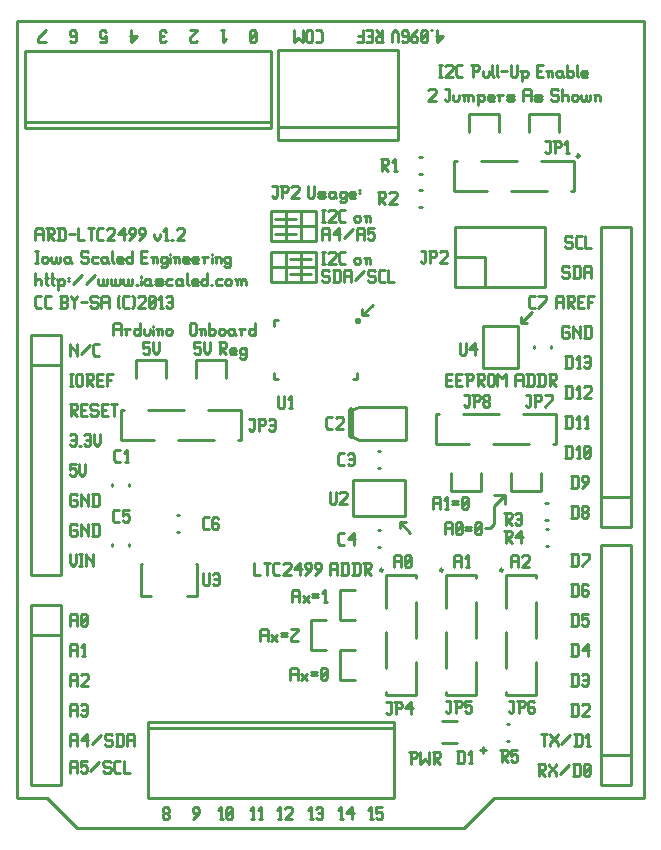
<source format=gbr>
G04 start of page 8 for group -4079 idx -4079 *
G04 Title: (unknown), topsilk *
G04 Creator: pcb 20110918 *
G04 CreationDate: Tue 04 Nov 2014 07:01:43 PM GMT UTC *
G04 For: railfan *
G04 Format: Gerber/RS-274X *
G04 PCB-Dimensions: 210000 270000 *
G04 PCB-Coordinate-Origin: lower left *
%MOIN*%
%FSLAX25Y25*%
%LNTOPSILK*%
%ADD68C,0.0200*%
%ADD67C,0.0100*%
G54D67*X500Y269500D02*X209500D01*
X149500Y500D02*X20500D01*
X500Y10500D02*X10500D01*
X20500Y500D02*X10500Y10500D01*
X500D02*Y269500D01*
X40000Y150500D02*Y156500D01*
X50000D01*
Y150500D01*
X60000D02*Y156500D01*
X70000D01*
Y150500D01*
X85000Y196100D02*X100000D01*
Y206100D02*Y196100D01*
X85000Y192600D02*X100000D01*
X85000Y206100D02*X100000D01*
X90000D02*Y196100D01*
X85000Y206100D02*Y196100D01*
Y182600D02*X100000D01*
X90000Y192600D02*Y182600D01*
X85000Y192600D02*Y182600D01*
X91500Y185100D02*X98500D01*
X100000Y201100D02*X85000D01*
X95000Y206100D02*Y196100D01*
X86500Y203600D02*X93500D01*
X86500Y198600D02*X93500D01*
X100000Y187600D02*X85000D01*
X100000Y192600D02*Y182600D01*
X95000Y192600D02*Y182600D01*
X91500Y190100D02*X98500D01*
X103500Y70000D02*X98500D01*
Y60000D01*
X103500D01*
X159500Y102000D02*Y108000D01*
X163000Y111500D01*
X209500Y269500D02*Y10500D01*
X181000Y238500D02*Y232500D01*
X172000Y172500D02*X168500Y169000D01*
Y171000D02*Y169000D01*
X170500D01*
X151000Y232500D02*Y238500D01*
X161000D01*
Y232500D01*
X171000D02*Y238500D01*
X181000D01*
X113000Y80000D02*X108000D01*
Y70000D01*
X113000D01*
Y60000D02*X108000D01*
Y50000D01*
X113000D01*
X159500Y10500D02*X149500Y500D01*
X209500Y10500D02*X159500D01*
X131500Y99000D02*X128000Y102500D01*
X130000D01*
X128000D02*Y100500D01*
X119000Y175000D02*X115500Y171500D01*
Y173500D01*
Y171500D02*X117500D01*
X155000Y119000D02*Y113000D01*
X165000D02*Y119000D01*
X175000D02*Y113000D01*
X165000D02*X175000D01*
X163000Y111500D02*X159500D01*
X163000D02*Y108500D01*
X145000Y113000D02*Y119000D01*
Y113000D02*X155000D01*
X156500Y100500D02*X158000D01*
X159500Y102000D01*
X18000Y122000D02*X20000D01*
X18000D02*Y120000D01*
X18500Y120500D01*
X19500D01*
X20000Y120000D01*
Y118500D01*
X19500Y118000D02*X20000Y118500D01*
X18500Y118000D02*X19500D01*
X18000Y118500D02*X18500Y118000D01*
X21200Y122000D02*Y119000D01*
X22200Y118000D01*
X23200Y119000D01*
Y122000D02*Y119000D01*
X18000Y131500D02*X18500Y132000D01*
X19500D01*
X20000Y131500D01*
Y128500D01*
X19500Y128000D02*X20000Y128500D01*
X18500Y128000D02*X19500D01*
X18000Y128500D02*X18500Y128000D01*
Y130000D02*X20000D01*
X21200Y128000D02*X21700D01*
X22900Y131500D02*X23400Y132000D01*
X24400D01*
X24900Y131500D01*
Y128500D01*
X24400Y128000D02*X24900Y128500D01*
X23400Y128000D02*X24400D01*
X22900Y128500D02*X23400Y128000D01*
Y130000D02*X24900D01*
X26100Y132000D02*Y129000D01*
X27100Y128000D01*
X28100Y129000D01*
Y132000D02*Y129000D01*
X18000Y152000D02*X19000D01*
X18500D02*Y148000D01*
X18000D02*X19000D01*
X20200Y151500D02*Y148500D01*
Y151500D02*X20700Y152000D01*
X21700D01*
X22200Y151500D01*
Y148500D01*
X21700Y148000D02*X22200Y148500D01*
X20700Y148000D02*X21700D01*
X20200Y148500D02*X20700Y148000D01*
X23400Y152000D02*X25400D01*
X25900Y151500D01*
Y150500D01*
X25400Y150000D02*X25900Y150500D01*
X23900Y150000D02*X25400D01*
X23900Y152000D02*Y148000D01*
Y150000D02*X25900Y148000D01*
X27100Y150000D02*X28600D01*
X27100Y148000D02*X29100D01*
X27100Y152000D02*Y148000D01*
Y152000D02*X29100D01*
X30300D02*Y148000D01*
Y152000D02*X32300D01*
X30300Y150000D02*X31800D01*
X18000Y142000D02*X20000D01*
X20500Y141500D01*
Y140500D01*
X20000Y140000D02*X20500Y140500D01*
X18500Y140000D02*X20000D01*
X18500Y142000D02*Y138000D01*
Y140000D02*X20500Y138000D01*
X21700Y140000D02*X23200D01*
X21700Y138000D02*X23700D01*
X21700Y142000D02*Y138000D01*
Y142000D02*X23700D01*
X26900D02*X27400Y141500D01*
X25400Y142000D02*X26900D01*
X24900Y141500D02*X25400Y142000D01*
X24900Y141500D02*Y140500D01*
X25400Y140000D01*
X26900D01*
X27400Y139500D01*
Y138500D01*
X26900Y138000D02*X27400Y138500D01*
X25400Y138000D02*X26900D01*
X24900Y138500D02*X25400Y138000D01*
X28600Y140000D02*X30100D01*
X28600Y138000D02*X30600D01*
X28600Y142000D02*Y138000D01*
Y142000D02*X30600D01*
X31800D02*X33800D01*
X32800D02*Y138000D01*
X18000Y162000D02*Y158000D01*
Y162000D02*Y161500D01*
X20500Y159000D01*
Y162000D02*Y158000D01*
X21700Y158500D02*X24700Y161500D01*
X26400Y158000D02*X27900D01*
X25900Y158500D02*X26400Y158000D01*
X25900Y161500D02*Y158500D01*
Y161500D02*X26400Y162000D01*
X27900D01*
X18000Y92000D02*Y89000D01*
X19000Y88000D01*
X20000Y89000D01*
Y92000D02*Y89000D01*
X21200Y92000D02*X22200D01*
X21700D02*Y88000D01*
X21200D02*X22200D01*
X23400Y92000D02*Y88000D01*
Y92000D02*Y91500D01*
X25900Y89000D01*
Y92000D02*Y88000D01*
X20000Y102000D02*X20500Y101500D01*
X18500Y102000D02*X20000D01*
X18000Y101500D02*X18500Y102000D01*
X18000Y101500D02*Y98500D01*
X18500Y98000D01*
X20000D01*
X20500Y98500D01*
Y99500D02*Y98500D01*
X20000Y100000D02*X20500Y99500D01*
X19000Y100000D02*X20000D01*
X21700Y102000D02*Y98000D01*
Y102000D02*Y101500D01*
X24200Y99000D01*
Y102000D02*Y98000D01*
X25900Y102000D02*Y98000D01*
X27400Y102000D02*X27900Y101500D01*
Y98500D01*
X27400Y98000D02*X27900Y98500D01*
X25400Y98000D02*X27400D01*
X25400Y102000D02*X27400D01*
X20000Y112000D02*X20500Y111500D01*
X18500Y112000D02*X20000D01*
X18000Y111500D02*X18500Y112000D01*
X18000Y111500D02*Y108500D01*
X18500Y108000D01*
X20000D01*
X20500Y108500D01*
Y109500D02*Y108500D01*
X20000Y110000D02*X20500Y109500D01*
X19000Y110000D02*X20000D01*
X21700Y112000D02*Y108000D01*
Y112000D02*Y111500D01*
X24200Y109000D01*
Y112000D02*Y108000D01*
X25900Y112000D02*Y108000D01*
X27400Y112000D02*X27900Y111500D01*
Y108500D01*
X27400Y108000D02*X27900Y108500D01*
X25400Y108000D02*X27400D01*
X25400Y112000D02*X27400D01*
X142500Y264500D02*X140500Y262500D01*
X140000Y264500D02*X142500D01*
X140500Y266500D02*Y262500D01*
X138300Y266500D02*X138800D01*
X137100Y266000D02*X136600Y266500D01*
X137100Y266000D02*Y263000D01*
X136600Y262500D01*
X135600D02*X136600D01*
X135600D02*X135100Y263000D01*
Y266000D02*Y263000D01*
X135600Y266500D02*X135100Y266000D01*
X135600Y266500D02*X136600D01*
X137100Y265500D02*X135100Y263500D01*
X133900Y266500D02*X131900Y264500D01*
Y263000D01*
X132400Y262500D02*X131900Y263000D01*
X132400Y262500D02*X133400D01*
X133900Y263000D02*X133400Y262500D01*
X133900Y264000D02*Y263000D01*
Y264000D02*X133400Y264500D01*
X131900D02*X133400D01*
X129200Y262500D02*X128700Y263000D01*
X129200Y262500D02*X130200D01*
X130700Y263000D02*X130200Y262500D01*
X130700Y266000D02*Y263000D01*
Y266000D02*X130200Y266500D01*
X129200Y264500D02*X128700Y265000D01*
X129200Y264500D02*X130700D01*
X129200Y266500D02*X130200D01*
X129200D02*X128700Y266000D01*
Y265000D01*
X127500Y265500D02*Y262500D01*
Y265500D02*X126500Y266500D01*
X125500Y265500D01*
Y262500D01*
X120500D02*X122500D01*
X120500D02*X120000Y263000D01*
Y264000D02*Y263000D01*
X120500Y264500D02*X120000Y264000D01*
X120500Y264500D02*X122000D01*
Y266500D02*Y262500D01*
Y264500D02*X120000Y266500D01*
X117300Y264500D02*X118800D01*
X116800Y266500D02*X118800D01*
Y262500D01*
X116800D02*X118800D01*
X115600Y266500D02*Y262500D01*
X113600D02*X115600D01*
X114100Y264500D02*X115600D01*
X100000Y266500D02*X101500D01*
X102000Y266000D02*X101500Y266500D01*
X102000Y266000D02*Y263000D01*
X101500Y262500D01*
X100000D02*X101500D01*
X98800Y266000D02*Y263000D01*
X98300Y262500D01*
X97300D02*X98300D01*
X97300D02*X96800Y263000D01*
Y266000D02*Y263000D01*
X97300Y266500D02*X96800Y266000D01*
X97300Y266500D02*X98300D01*
X98800Y266000D02*X98300Y266500D01*
X95600D02*Y262500D01*
X94100Y264000D01*
X92600Y262500D01*
Y266500D02*Y262500D01*
X80000Y266000D02*X79500Y266500D01*
X80000Y266000D02*Y263000D01*
X79500Y262500D01*
X78500D02*X79500D01*
X78500D02*X78000Y263000D01*
Y266000D02*Y263000D01*
X78500Y266500D02*X78000Y266000D01*
X78500Y266500D02*X79500D01*
X80000Y265500D02*X78000Y263500D01*
X68500Y266500D02*X69500D01*
X69000D02*Y262500D01*
X70000Y263500D02*X69000Y262500D01*
X60500Y263000D02*X60000Y262500D01*
X58500D02*X60000D01*
X58500D02*X58000Y263000D01*
Y264000D02*Y263000D01*
X60500Y266500D02*X58000Y264000D01*
Y266500D02*X60500D01*
X50000Y263000D02*X49500Y262500D01*
X48500D02*X49500D01*
X48500D02*X48000Y263000D01*
Y266000D02*Y263000D01*
X48500Y266500D02*X48000Y266000D01*
X48500Y266500D02*X49500D01*
X50000Y266000D02*X49500Y266500D01*
X48000Y264500D02*X49500D01*
X40500D02*X38500Y262500D01*
X38000Y264500D02*X40500D01*
X38500Y266500D02*Y262500D01*
X28000D02*X30000D01*
Y264500D02*Y262500D01*
Y264500D02*X29500Y264000D01*
X28500D02*X29500D01*
X28500D02*X28000Y264500D01*
Y266000D02*Y264500D01*
X28500Y266500D02*X28000Y266000D01*
X28500Y266500D02*X29500D01*
X30000Y266000D02*X29500Y266500D01*
X18500Y262500D02*X18000Y263000D01*
X18500Y262500D02*X19500D01*
X20000Y263000D02*X19500Y262500D01*
X20000Y266000D02*Y263000D01*
Y266000D02*X19500Y266500D01*
X18500Y264500D02*X18000Y265000D01*
X18500Y264500D02*X20000D01*
X18500Y266500D02*X19500D01*
X18500D02*X18000Y266000D01*
Y265000D01*
X10000Y266500D02*X7500Y264000D01*
Y262500D01*
X10000D01*
X185500Y108000D02*Y104000D01*
X187000Y108000D02*X187500Y107500D01*
Y104500D01*
X187000Y104000D02*X187500Y104500D01*
X185000Y104000D02*X187000D01*
X185000Y108000D02*X187000D01*
X188700Y104500D02*X189200Y104000D01*
X188700Y105500D02*Y104500D01*
Y105500D02*X189200Y106000D01*
X190200D01*
X190700Y105500D01*
Y104500D01*
X190200Y104000D02*X190700Y104500D01*
X189200Y104000D02*X190200D01*
X188700Y106500D02*X189200Y106000D01*
X188700Y107500D02*Y106500D01*
Y107500D02*X189200Y108000D01*
X190200D01*
X190700Y107500D01*
Y106500D01*
X190200Y106000D02*X190700Y106500D01*
X183500Y138000D02*Y134000D01*
X185000Y138000D02*X185500Y137500D01*
Y134500D01*
X185000Y134000D02*X185500Y134500D01*
X183000Y134000D02*X185000D01*
X183000Y138000D02*X185000D01*
X187200Y134000D02*X188200D01*
X187700Y138000D02*Y134000D01*
X186700Y137000D02*X187700Y138000D01*
X189900Y134000D02*X190900D01*
X190400Y138000D02*Y134000D01*
X189400Y137000D02*X190400Y138000D01*
X183500Y128000D02*Y124000D01*
X185000Y128000D02*X185500Y127500D01*
Y124500D01*
X185000Y124000D02*X185500Y124500D01*
X183000Y124000D02*X185000D01*
X183000Y128000D02*X185000D01*
X187200Y124000D02*X188200D01*
X187700Y128000D02*Y124000D01*
X186700Y127000D02*X187700Y128000D01*
X189400Y124500D02*X189900Y124000D01*
X189400Y127500D02*Y124500D01*
Y127500D02*X189900Y128000D01*
X190900D01*
X191400Y127500D01*
Y124500D01*
X190900Y124000D02*X191400Y124500D01*
X189900Y124000D02*X190900D01*
X189400Y125000D02*X191400Y127000D01*
X185500Y118000D02*Y114000D01*
X187000Y118000D02*X187500Y117500D01*
Y114500D01*
X187000Y114000D02*X187500Y114500D01*
X185000Y114000D02*X187000D01*
X185000Y118000D02*X187000D01*
X188700Y114000D02*X190700Y116000D01*
Y117500D02*Y116000D01*
X190200Y118000D02*X190700Y117500D01*
X189200Y118000D02*X190200D01*
X188700Y117500D02*X189200Y118000D01*
X188700Y117500D02*Y116500D01*
X189200Y116000D01*
X190700D01*
X139000Y110500D02*Y107000D01*
Y110500D02*X139500Y111000D01*
X141000D01*
X141500Y110500D01*
Y107000D01*
X139000Y109000D02*X141500D01*
X143200Y107000D02*X144200D01*
X143700Y111000D02*Y107000D01*
X142700Y110000D02*X143700Y111000D01*
X145400Y109500D02*X147400D01*
X145400Y108500D02*X147400D01*
X148600Y107500D02*X149100Y107000D01*
X148600Y110500D02*Y107500D01*
Y110500D02*X149100Y111000D01*
X150100D01*
X150600Y110500D01*
Y107500D01*
X150100Y107000D02*X150600Y107500D01*
X149100Y107000D02*X150100D01*
X148600Y108000D02*X150600Y110000D01*
X143000Y102000D02*Y98500D01*
Y102000D02*X143500Y102500D01*
X145000D01*
X145500Y102000D01*
Y98500D01*
X143000Y100500D02*X145500D01*
X146700Y99000D02*X147200Y98500D01*
X146700Y102000D02*Y99000D01*
Y102000D02*X147200Y102500D01*
X148200D01*
X148700Y102000D01*
Y99000D01*
X148200Y98500D02*X148700Y99000D01*
X147200Y98500D02*X148200D01*
X146700Y99500D02*X148700Y101500D01*
X149900Y101000D02*X151900D01*
X149900Y100000D02*X151900D01*
X153100Y99000D02*X153600Y98500D01*
X153100Y102000D02*Y99000D01*
Y102000D02*X153600Y102500D01*
X154600D01*
X155100Y102000D01*
Y99000D01*
X154600Y98500D02*X155100Y99000D01*
X153600Y98500D02*X154600D01*
X153100Y99500D02*X155100Y101500D01*
X180000Y177500D02*Y174000D01*
Y177500D02*X180500Y178000D01*
X182000D01*
X182500Y177500D01*
Y174000D01*
X180000Y176000D02*X182500D01*
X183700Y178000D02*X185700D01*
X186200Y177500D01*
Y176500D01*
X185700Y176000D02*X186200Y176500D01*
X184200Y176000D02*X185700D01*
X184200Y178000D02*Y174000D01*
Y176000D02*X186200Y174000D01*
X187400Y176000D02*X188900D01*
X187400Y174000D02*X189400D01*
X187400Y178000D02*Y174000D01*
Y178000D02*X189400D01*
X190600D02*Y174000D01*
Y178000D02*X192600D01*
X190600Y176000D02*X192100D01*
X184000Y188000D02*X184500Y187500D01*
X182500Y188000D02*X184000D01*
X182000Y187500D02*X182500Y188000D01*
X182000Y187500D02*Y186500D01*
X182500Y186000D01*
X184000D01*
X184500Y185500D01*
Y184500D01*
X184000Y184000D02*X184500Y184500D01*
X182500Y184000D02*X184000D01*
X182000Y184500D02*X182500Y184000D01*
X186200Y188000D02*Y184000D01*
X187700Y188000D02*X188200Y187500D01*
Y184500D01*
X187700Y184000D02*X188200Y184500D01*
X185700Y184000D02*X187700D01*
X185700Y188000D02*X187700D01*
X189400Y187500D02*Y184000D01*
Y187500D02*X189900Y188000D01*
X191400D01*
X191900Y187500D01*
Y184000D01*
X189400Y186000D02*X191900D01*
X185000Y198000D02*X185500Y197500D01*
X183500Y198000D02*X185000D01*
X183000Y197500D02*X183500Y198000D01*
X183000Y197500D02*Y196500D01*
X183500Y196000D01*
X185000D01*
X185500Y195500D01*
Y194500D01*
X185000Y194000D02*X185500Y194500D01*
X183500Y194000D02*X185000D01*
X183000Y194500D02*X183500Y194000D01*
X187200D02*X188700D01*
X186700Y194500D02*X187200Y194000D01*
X186700Y197500D02*Y194500D01*
Y197500D02*X187200Y198000D01*
X188700D01*
X189900D02*Y194000D01*
X191900D01*
X184000Y168000D02*X184500Y167500D01*
X182500Y168000D02*X184000D01*
X182000Y167500D02*X182500Y168000D01*
X182000Y167500D02*Y164500D01*
X182500Y164000D01*
X184000D01*
X184500Y164500D01*
Y165500D02*Y164500D01*
X184000Y166000D02*X184500Y165500D01*
X183000Y166000D02*X184000D01*
X185700Y168000D02*Y164000D01*
Y168000D02*Y167500D01*
X188200Y165000D01*
Y168000D02*Y164000D01*
X189900Y168000D02*Y164000D01*
X191400Y168000D02*X191900Y167500D01*
Y164500D01*
X191400Y164000D02*X191900Y164500D01*
X189400Y164000D02*X191400D01*
X189400Y168000D02*X191400D01*
X137500Y246500D02*X138000Y247000D01*
X139500D01*
X140000Y246500D01*
Y245500D01*
X137500Y243000D02*X140000Y245500D01*
X137500Y243000D02*X140000D01*
X143000Y247000D02*X144500D01*
Y243500D01*
X144000Y243000D02*X144500Y243500D01*
X143500Y243000D02*X144000D01*
X143000Y243500D02*X143500Y243000D01*
X145700Y245000D02*Y243500D01*
X146200Y243000D01*
X147200D01*
X147700Y243500D01*
Y245000D02*Y243500D01*
X149400Y244500D02*Y243000D01*
Y244500D02*X149900Y245000D01*
X150400D01*
X150900Y244500D01*
Y243000D01*
Y244500D02*X151400Y245000D01*
X151900D01*
X152400Y244500D01*
Y243000D01*
X148900Y245000D02*X149400Y244500D01*
X154100D02*Y241500D01*
X153600Y245000D02*X154100Y244500D01*
X154600Y245000D01*
X155600D01*
X156100Y244500D01*
Y243500D01*
X155600Y243000D02*X156100Y243500D01*
X154600Y243000D02*X155600D01*
X154100Y243500D02*X154600Y243000D01*
X157800D02*X159300D01*
X157300Y243500D02*X157800Y243000D01*
X157300Y244500D02*Y243500D01*
Y244500D02*X157800Y245000D01*
X158800D01*
X159300Y244500D01*
X157300Y244000D02*X159300D01*
Y244500D02*Y244000D01*
X161000Y244500D02*Y243000D01*
Y244500D02*X161500Y245000D01*
X162500D01*
X160500D02*X161000Y244500D01*
X164200Y243000D02*X165700D01*
X166200Y243500D01*
X165700Y244000D02*X166200Y243500D01*
X164200Y244000D02*X165700D01*
X163700Y244500D02*X164200Y244000D01*
X163700Y244500D02*X164200Y245000D01*
X165700D01*
X166200Y244500D01*
X163700Y243500D02*X164200Y243000D01*
X169200Y246500D02*Y243000D01*
Y246500D02*X169700Y247000D01*
X171200D01*
X171700Y246500D01*
Y243000D01*
X169200Y245000D02*X171700D01*
X173400Y243000D02*X174900D01*
X175400Y243500D01*
X174900Y244000D02*X175400Y243500D01*
X173400Y244000D02*X174900D01*
X172900Y244500D02*X173400Y244000D01*
X172900Y244500D02*X173400Y245000D01*
X174900D01*
X175400Y244500D01*
X172900Y243500D02*X173400Y243000D01*
X180400Y247000D02*X180900Y246500D01*
X178900Y247000D02*X180400D01*
X178400Y246500D02*X178900Y247000D01*
X178400Y246500D02*Y245500D01*
X178900Y245000D01*
X180400D01*
X180900Y244500D01*
Y243500D01*
X180400Y243000D02*X180900Y243500D01*
X178900Y243000D02*X180400D01*
X178400Y243500D02*X178900Y243000D01*
X182100Y247000D02*Y243000D01*
Y244500D02*X182600Y245000D01*
X183600D01*
X184100Y244500D01*
Y243000D01*
X185300Y244500D02*Y243500D01*
Y244500D02*X185800Y245000D01*
X186800D01*
X187300Y244500D01*
Y243500D01*
X186800Y243000D02*X187300Y243500D01*
X185800Y243000D02*X186800D01*
X185300Y243500D02*X185800Y243000D01*
X188500Y245000D02*Y243500D01*
X189000Y243000D01*
X189500D01*
X190000Y243500D01*
Y245000D02*Y243500D01*
X190500Y243000D01*
X191000D01*
X191500Y243500D01*
Y245000D02*Y243500D01*
X193200Y244500D02*Y243000D01*
Y244500D02*X193700Y245000D01*
X194200D01*
X194700Y244500D01*
Y243000D01*
X192700Y245000D02*X193200Y244500D01*
X141000Y255000D02*X142000D01*
X141500D02*Y251000D01*
X141000D02*X142000D01*
X143200Y254500D02*X143700Y255000D01*
X145200D01*
X145700Y254500D01*
Y253500D01*
X143200Y251000D02*X145700Y253500D01*
X143200Y251000D02*X145700D01*
X147400D02*X148900D01*
X146900Y251500D02*X147400Y251000D01*
X146900Y254500D02*Y251500D01*
Y254500D02*X147400Y255000D01*
X148900D01*
X152400D02*Y251000D01*
X151900Y255000D02*X153900D01*
X154400Y254500D01*
Y253500D01*
X153900Y253000D02*X154400Y253500D01*
X152400Y253000D02*X153900D01*
X155600D02*Y251500D01*
X156100Y251000D01*
X157100D01*
X157600Y251500D01*
Y253000D02*Y251500D01*
X158800Y255000D02*Y251500D01*
X159300Y251000D01*
X160300Y255000D02*Y251500D01*
X160800Y251000D01*
X161800Y253000D02*X163800D01*
X165000Y255000D02*Y251500D01*
X165500Y251000D01*
X166500D01*
X167000Y251500D01*
Y255000D02*Y251500D01*
X168700Y252500D02*Y249500D01*
X168200Y253000D02*X168700Y252500D01*
X169200Y253000D01*
X170200D01*
X170700Y252500D01*
Y251500D01*
X170200Y251000D02*X170700Y251500D01*
X169200Y251000D02*X170200D01*
X168700Y251500D02*X169200Y251000D01*
X173700Y253000D02*X175200D01*
X173700Y251000D02*X175700D01*
X173700Y255000D02*Y251000D01*
Y255000D02*X175700D01*
X177400Y252500D02*Y251000D01*
Y252500D02*X177900Y253000D01*
X178400D01*
X178900Y252500D01*
Y251000D01*
X176900Y253000D02*X177400Y252500D01*
X181600Y253000D02*X182100Y252500D01*
X180600Y253000D02*X181600D01*
X180100Y252500D02*X180600Y253000D01*
X180100Y252500D02*Y251500D01*
X180600Y251000D01*
X182100Y253000D02*Y251500D01*
X182600Y251000D01*
X180600D02*X181600D01*
X182100Y251500D01*
X183800Y255000D02*Y251000D01*
Y251500D02*X184300Y251000D01*
X185300D01*
X185800Y251500D01*
Y252500D02*Y251500D01*
X185300Y253000D02*X185800Y252500D01*
X184300Y253000D02*X185300D01*
X183800Y252500D02*X184300Y253000D01*
X187000Y255000D02*Y251500D01*
X187500Y251000D01*
X189000D02*X190500D01*
X188500Y251500D02*X189000Y251000D01*
X188500Y252500D02*Y251500D01*
Y252500D02*X189000Y253000D01*
X190000D01*
X190500Y252500D01*
X188500Y252000D02*X190500D01*
Y252500D02*Y252000D01*
X183500Y158000D02*Y154000D01*
X185000Y158000D02*X185500Y157500D01*
Y154500D01*
X185000Y154000D02*X185500Y154500D01*
X183000Y154000D02*X185000D01*
X183000Y158000D02*X185000D01*
X187200Y154000D02*X188200D01*
X187700Y158000D02*Y154000D01*
X186700Y157000D02*X187700Y158000D01*
X189400Y157500D02*X189900Y158000D01*
X190900D01*
X191400Y157500D01*
Y154500D01*
X190900Y154000D02*X191400Y154500D01*
X189900Y154000D02*X190900D01*
X189400Y154500D02*X189900Y154000D01*
Y156000D02*X191400D01*
X183500Y148000D02*Y144000D01*
X185000Y148000D02*X185500Y147500D01*
Y144500D01*
X185000Y144000D02*X185500Y144500D01*
X183000Y144000D02*X185000D01*
X183000Y148000D02*X185000D01*
X187200Y144000D02*X188200D01*
X187700Y148000D02*Y144000D01*
X186700Y147000D02*X187700Y148000D01*
X189400Y147500D02*X189900Y148000D01*
X191400D01*
X191900Y147500D01*
Y146500D01*
X189400Y144000D02*X191900Y146500D01*
X189400Y144000D02*X191900D01*
X149500Y145000D02*X151000D01*
Y141500D01*
X150500Y141000D02*X151000Y141500D01*
X150000Y141000D02*X150500D01*
X149500Y141500D02*X150000Y141000D01*
X152700Y145000D02*Y141000D01*
X152200Y145000D02*X154200D01*
X154700Y144500D01*
Y143500D01*
X154200Y143000D02*X154700Y143500D01*
X152700Y143000D02*X154200D01*
X155900Y141500D02*X156400Y141000D01*
X155900Y142500D02*Y141500D01*
Y142500D02*X156400Y143000D01*
X157400D01*
X157900Y142500D01*
Y141500D01*
X157400Y141000D02*X157900Y141500D01*
X156400Y141000D02*X157400D01*
X155900Y143500D02*X156400Y143000D01*
X155900Y144500D02*Y143500D01*
Y144500D02*X156400Y145000D01*
X157400D01*
X157900Y144500D01*
Y143500D01*
X157400Y143000D02*X157900Y143500D01*
X170000Y145000D02*X171500D01*
Y141500D01*
X171000Y141000D02*X171500Y141500D01*
X170500Y141000D02*X171000D01*
X170000Y141500D02*X170500Y141000D01*
X173200Y145000D02*Y141000D01*
X172700Y145000D02*X174700D01*
X175200Y144500D01*
Y143500D01*
X174700Y143000D02*X175200Y143500D01*
X173200Y143000D02*X174700D01*
X176400Y141000D02*X178900Y143500D01*
Y145000D02*Y143500D01*
X176400Y145000D02*X178900D01*
X143500Y150000D02*X145000D01*
X143500Y148000D02*X145500D01*
X143500Y152000D02*Y148000D01*
Y152000D02*X145500D01*
X146700Y150000D02*X148200D01*
X146700Y148000D02*X148700D01*
X146700Y152000D02*Y148000D01*
Y152000D02*X148700D01*
X150400D02*Y148000D01*
X149900Y152000D02*X151900D01*
X152400Y151500D01*
Y150500D01*
X151900Y150000D02*X152400Y150500D01*
X150400Y150000D02*X151900D01*
X153600Y152000D02*X155600D01*
X156100Y151500D01*
Y150500D01*
X155600Y150000D02*X156100Y150500D01*
X154100Y150000D02*X155600D01*
X154100Y152000D02*Y148000D01*
Y150000D02*X156100Y148000D01*
X157300Y151500D02*Y148500D01*
Y151500D02*X157800Y152000D01*
X158800D01*
X159300Y151500D01*
Y148500D01*
X158800Y148000D02*X159300Y148500D01*
X157800Y148000D02*X158800D01*
X157300Y148500D02*X157800Y148000D01*
X160500Y152000D02*Y148000D01*
Y152000D02*X162000Y150500D01*
X163500Y152000D01*
Y148000D01*
X166500Y151500D02*Y148000D01*
Y151500D02*X167000Y152000D01*
X168500D01*
X169000Y151500D01*
Y148000D01*
X166500Y150000D02*X169000D01*
X170700Y152000D02*Y148000D01*
X172200Y152000D02*X172700Y151500D01*
Y148500D01*
X172200Y148000D02*X172700Y148500D01*
X170200Y148000D02*X172200D01*
X170200Y152000D02*X172200D01*
X174400D02*Y148000D01*
X175900Y152000D02*X176400Y151500D01*
Y148500D01*
X175900Y148000D02*X176400Y148500D01*
X173900Y148000D02*X175900D01*
X173900Y152000D02*X175900D01*
X177600D02*X179600D01*
X180100Y151500D01*
Y150500D01*
X179600Y150000D02*X180100Y150500D01*
X178100Y150000D02*X179600D01*
X178100Y152000D02*Y148000D01*
Y150000D02*X180100Y148000D01*
X102000Y206600D02*X103000D01*
X102500D02*Y202600D01*
X102000D02*X103000D01*
X104200Y206100D02*X104700Y206600D01*
X106200D01*
X106700Y206100D01*
Y205100D01*
X104200Y202600D02*X106700Y205100D01*
X104200Y202600D02*X106700D01*
X108400D02*X109900D01*
X107900Y203100D02*X108400Y202600D01*
X107900Y206100D02*Y203100D01*
Y206100D02*X108400Y206600D01*
X109900D01*
X112900Y204100D02*Y203100D01*
Y204100D02*X113400Y204600D01*
X114400D01*
X114900Y204100D01*
Y203100D01*
X114400Y202600D02*X114900Y203100D01*
X113400Y202600D02*X114400D01*
X112900Y203100D02*X113400Y202600D01*
X116600Y204100D02*Y202600D01*
Y204100D02*X117100Y204600D01*
X117600D01*
X118100Y204100D01*
Y202600D01*
X116100Y204600D02*X116600Y204100D01*
X85500Y214600D02*X87000D01*
Y211100D01*
X86500Y210600D02*X87000Y211100D01*
X86000Y210600D02*X86500D01*
X85500Y211100D02*X86000Y210600D01*
X88700Y214600D02*Y210600D01*
X88200Y214600D02*X90200D01*
X90700Y214100D01*
Y213100D01*
X90200Y212600D02*X90700Y213100D01*
X88700Y212600D02*X90200D01*
X91900Y214100D02*X92400Y214600D01*
X93900D01*
X94400Y214100D01*
Y213100D01*
X91900Y210600D02*X94400Y213100D01*
X91900Y210600D02*X94400D01*
X97400Y214600D02*Y211100D01*
X97900Y210600D01*
X98900D01*
X99400Y211100D01*
Y214600D02*Y211100D01*
X101100Y210600D02*X102600D01*
X103100Y211100D01*
X102600Y211600D02*X103100Y211100D01*
X101100Y211600D02*X102600D01*
X100600Y212100D02*X101100Y211600D01*
X100600Y212100D02*X101100Y212600D01*
X102600D01*
X103100Y212100D01*
X100600Y211100D02*X101100Y210600D01*
X105800Y212600D02*X106300Y212100D01*
X104800Y212600D02*X105800D01*
X104300Y212100D02*X104800Y212600D01*
X104300Y212100D02*Y211100D01*
X104800Y210600D01*
X106300Y212600D02*Y211100D01*
X106800Y210600D01*
X104800D02*X105800D01*
X106300Y211100D01*
X109500Y212600D02*X110000Y212100D01*
X108500Y212600D02*X109500D01*
X108000Y212100D02*X108500Y212600D01*
X108000Y212100D02*Y211100D01*
X108500Y210600D01*
X109500D01*
X110000Y211100D01*
X108000Y209600D02*X108500Y209100D01*
X109500D01*
X110000Y209600D01*
Y212600D02*Y209600D01*
X111700Y210600D02*X113200D01*
X111200Y211100D02*X111700Y210600D01*
X111200Y212100D02*Y211100D01*
Y212100D02*X111700Y212600D01*
X112700D01*
X113200Y212100D01*
X111200Y211600D02*X113200D01*
Y212100D02*Y211600D01*
X114400Y213100D02*X114900D01*
X114400Y212100D02*X114900D01*
X102000Y200100D02*Y196600D01*
Y200100D02*X102500Y200600D01*
X104000D01*
X104500Y200100D01*
Y196600D01*
X102000Y198600D02*X104500D01*
X105700D02*X107700Y200600D01*
X105700Y198600D02*X108200D01*
X107700Y200600D02*Y196600D01*
X109400Y197100D02*X112400Y200100D01*
X113600D02*Y196600D01*
Y200100D02*X114100Y200600D01*
X115600D01*
X116100Y200100D01*
Y196600D01*
X113600Y198600D02*X116100D01*
X117300Y200600D02*X119300D01*
X117300D02*Y198600D01*
X117800Y199100D01*
X118800D01*
X119300Y198600D01*
Y197100D01*
X118800Y196600D02*X119300Y197100D01*
X117800Y196600D02*X118800D01*
X117300Y197100D02*X117800Y196600D01*
X102000Y192600D02*X103000D01*
X102500D02*Y188600D01*
X102000D02*X103000D01*
X104200Y192100D02*X104700Y192600D01*
X106200D01*
X106700Y192100D01*
Y191100D01*
X104200Y188600D02*X106700Y191100D01*
X104200Y188600D02*X106700D01*
X108400D02*X109900D01*
X107900Y189100D02*X108400Y188600D01*
X107900Y192100D02*Y189100D01*
Y192100D02*X108400Y192600D01*
X109900D01*
X112900Y190100D02*Y189100D01*
Y190100D02*X113400Y190600D01*
X114400D01*
X114900Y190100D01*
Y189100D01*
X114400Y188600D02*X114900Y189100D01*
X113400Y188600D02*X114400D01*
X112900Y189100D02*X113400Y188600D01*
X116600Y190100D02*Y188600D01*
Y190100D02*X117100Y190600D01*
X117600D01*
X118100Y190100D01*
Y188600D01*
X116100Y190600D02*X116600Y190100D01*
X104000Y186600D02*X104500Y186100D01*
X102500Y186600D02*X104000D01*
X102000Y186100D02*X102500Y186600D01*
X102000Y186100D02*Y185100D01*
X102500Y184600D01*
X104000D01*
X104500Y184100D01*
Y183100D01*
X104000Y182600D02*X104500Y183100D01*
X102500Y182600D02*X104000D01*
X102000Y183100D02*X102500Y182600D01*
X106200Y186600D02*Y182600D01*
X107700Y186600D02*X108200Y186100D01*
Y183100D01*
X107700Y182600D02*X108200Y183100D01*
X105700Y182600D02*X107700D01*
X105700Y186600D02*X107700D01*
X109400Y186100D02*Y182600D01*
Y186100D02*X109900Y186600D01*
X111400D01*
X111900Y186100D01*
Y182600D01*
X109400Y184600D02*X111900D01*
X113100Y183100D02*X116100Y186100D01*
X119300Y186600D02*X119800Y186100D01*
X117800Y186600D02*X119300D01*
X117300Y186100D02*X117800Y186600D01*
X117300Y186100D02*Y185100D01*
X117800Y184600D01*
X119300D01*
X119800Y184100D01*
Y183100D01*
X119300Y182600D02*X119800Y183100D01*
X117800Y182600D02*X119300D01*
X117300Y183100D02*X117800Y182600D01*
X121500D02*X123000D01*
X121000Y183100D02*X121500Y182600D01*
X121000Y186100D02*Y183100D01*
Y186100D02*X121500Y186600D01*
X123000D01*
X124200D02*Y182600D01*
X126200D01*
X6500Y200000D02*Y196500D01*
Y200000D02*X7000Y200500D01*
X8500D01*
X9000Y200000D01*
Y196500D01*
X6500Y198500D02*X9000D01*
X10200Y200500D02*X12200D01*
X12700Y200000D01*
Y199000D01*
X12200Y198500D02*X12700Y199000D01*
X10700Y198500D02*X12200D01*
X10700Y200500D02*Y196500D01*
Y198500D02*X12700Y196500D01*
X14400Y200500D02*Y196500D01*
X15900Y200500D02*X16400Y200000D01*
Y197000D01*
X15900Y196500D02*X16400Y197000D01*
X13900Y196500D02*X15900D01*
X13900Y200500D02*X15900D01*
X17600Y198500D02*X19600D01*
X20800Y200500D02*Y196500D01*
X22800D01*
X24000Y200500D02*X26000D01*
X25000D02*Y196500D01*
X27700D02*X29200D01*
X27200Y197000D02*X27700Y196500D01*
X27200Y200000D02*Y197000D01*
Y200000D02*X27700Y200500D01*
X29200D01*
X30400Y200000D02*X30900Y200500D01*
X32400D01*
X32900Y200000D01*
Y199000D01*
X30400Y196500D02*X32900Y199000D01*
X30400Y196500D02*X32900D01*
X34100Y198500D02*X36100Y200500D01*
X34100Y198500D02*X36600D01*
X36100Y200500D02*Y196500D01*
X37800D02*X39800Y198500D01*
Y200000D02*Y198500D01*
X39300Y200500D02*X39800Y200000D01*
X38300Y200500D02*X39300D01*
X37800Y200000D02*X38300Y200500D01*
X37800Y200000D02*Y199000D01*
X38300Y198500D01*
X39800D01*
X41000Y196500D02*X43000Y198500D01*
Y200000D02*Y198500D01*
X42500Y200500D02*X43000Y200000D01*
X41500Y200500D02*X42500D01*
X41000Y200000D02*X41500Y200500D01*
X41000Y200000D02*Y199000D01*
X41500Y198500D01*
X43000D01*
X46000D02*Y197500D01*
X47000Y196500D01*
X48000Y197500D01*
Y198500D02*Y197500D01*
X49700Y196500D02*X50700D01*
X50200Y200500D02*Y196500D01*
X49200Y199500D02*X50200Y200500D01*
X51900Y196500D02*X52400D01*
X53600Y200000D02*X54100Y200500D01*
X55600D01*
X56100Y200000D01*
Y199000D01*
X53600Y196500D02*X56100Y199000D01*
X53600Y196500D02*X56100D01*
X6500Y193000D02*X7500D01*
X7000D02*Y189000D01*
X6500D02*X7500D01*
X8700Y190500D02*Y189500D01*
Y190500D02*X9200Y191000D01*
X10200D01*
X10700Y190500D01*
Y189500D01*
X10200Y189000D02*X10700Y189500D01*
X9200Y189000D02*X10200D01*
X8700Y189500D02*X9200Y189000D01*
X11900Y191000D02*Y189500D01*
X12400Y189000D01*
X12900D01*
X13400Y189500D01*
Y191000D02*Y189500D01*
X13900Y189000D01*
X14400D01*
X14900Y189500D01*
Y191000D02*Y189500D01*
X17600Y191000D02*X18100Y190500D01*
X16600Y191000D02*X17600D01*
X16100Y190500D02*X16600Y191000D01*
X16100Y190500D02*Y189500D01*
X16600Y189000D01*
X18100Y191000D02*Y189500D01*
X18600Y189000D01*
X16600D02*X17600D01*
X18100Y189500D01*
X23600Y193000D02*X24100Y192500D01*
X22100Y193000D02*X23600D01*
X21600Y192500D02*X22100Y193000D01*
X21600Y192500D02*Y191500D01*
X22100Y191000D01*
X23600D01*
X24100Y190500D01*
Y189500D01*
X23600Y189000D02*X24100Y189500D01*
X22100Y189000D02*X23600D01*
X21600Y189500D02*X22100Y189000D01*
X25800Y191000D02*X27300D01*
X25300Y190500D02*X25800Y191000D01*
X25300Y190500D02*Y189500D01*
X25800Y189000D01*
X27300D01*
X30000Y191000D02*X30500Y190500D01*
X29000Y191000D02*X30000D01*
X28500Y190500D02*X29000Y191000D01*
X28500Y190500D02*Y189500D01*
X29000Y189000D01*
X30500Y191000D02*Y189500D01*
X31000Y189000D01*
X29000D02*X30000D01*
X30500Y189500D01*
X32200Y193000D02*Y189500D01*
X32700Y189000D01*
X34200D02*X35700D01*
X33700Y189500D02*X34200Y189000D01*
X33700Y190500D02*Y189500D01*
Y190500D02*X34200Y191000D01*
X35200D01*
X35700Y190500D01*
X33700Y190000D02*X35700D01*
Y190500D02*Y190000D01*
X38900Y193000D02*Y189000D01*
X38400D02*X38900Y189500D01*
X37400Y189000D02*X38400D01*
X36900Y189500D02*X37400Y189000D01*
X36900Y190500D02*Y189500D01*
Y190500D02*X37400Y191000D01*
X38400D01*
X38900Y190500D01*
X41900Y191000D02*X43400D01*
X41900Y189000D02*X43900D01*
X41900Y193000D02*Y189000D01*
Y193000D02*X43900D01*
X45600Y190500D02*Y189000D01*
Y190500D02*X46100Y191000D01*
X46600D01*
X47100Y190500D01*
Y189000D01*
X45100Y191000D02*X45600Y190500D01*
X49800Y191000D02*X50300Y190500D01*
X48800Y191000D02*X49800D01*
X48300Y190500D02*X48800Y191000D01*
X48300Y190500D02*Y189500D01*
X48800Y189000D01*
X49800D01*
X50300Y189500D01*
X48300Y188000D02*X48800Y187500D01*
X49800D01*
X50300Y188000D01*
Y191000D02*Y188000D01*
X51500Y192000D02*Y191500D01*
Y190500D02*Y189000D01*
X53000Y190500D02*Y189000D01*
Y190500D02*X53500Y191000D01*
X54000D01*
X54500Y190500D01*
Y189000D01*
X52500Y191000D02*X53000Y190500D01*
X56200Y189000D02*X57700D01*
X55700Y189500D02*X56200Y189000D01*
X55700Y190500D02*Y189500D01*
Y190500D02*X56200Y191000D01*
X57200D01*
X57700Y190500D01*
X55700Y190000D02*X57700D01*
Y190500D02*Y190000D01*
X59400Y189000D02*X60900D01*
X58900Y189500D02*X59400Y189000D01*
X58900Y190500D02*Y189500D01*
Y190500D02*X59400Y191000D01*
X60400D01*
X60900Y190500D01*
X58900Y190000D02*X60900D01*
Y190500D02*Y190000D01*
X62600Y190500D02*Y189000D01*
Y190500D02*X63100Y191000D01*
X64100D01*
X62100D02*X62600Y190500D01*
X65300Y192000D02*Y191500D01*
Y190500D02*Y189000D01*
X66800Y190500D02*Y189000D01*
Y190500D02*X67300Y191000D01*
X67800D01*
X68300Y190500D01*
Y189000D01*
X66300Y191000D02*X66800Y190500D01*
X71000Y191000D02*X71500Y190500D01*
X70000Y191000D02*X71000D01*
X69500Y190500D02*X70000Y191000D01*
X69500Y190500D02*Y189500D01*
X70000Y189000D01*
X71000D01*
X71500Y189500D01*
X69500Y188000D02*X70000Y187500D01*
X71000D01*
X71500Y188000D01*
Y191000D02*Y188000D01*
X6500Y185500D02*Y181500D01*
Y183000D02*X7000Y183500D01*
X8000D01*
X8500Y183000D01*
Y181500D01*
X10200Y185500D02*Y182000D01*
X10700Y181500D01*
X9700Y184000D02*X10700D01*
X12200Y185500D02*Y182000D01*
X12700Y181500D01*
X11700Y184000D02*X12700D01*
X14200Y183000D02*Y180000D01*
X13700Y183500D02*X14200Y183000D01*
X14700Y183500D01*
X15700D01*
X16200Y183000D01*
Y182000D01*
X15700Y181500D02*X16200Y182000D01*
X14700Y181500D02*X15700D01*
X14200Y182000D02*X14700Y181500D01*
X17400Y184000D02*X17900D01*
X17400Y183000D02*X17900D01*
X19100Y182000D02*X22100Y185000D01*
X23300Y182000D02*X26300Y185000D01*
X27500Y183500D02*Y182000D01*
X28000Y181500D01*
X28500D01*
X29000Y182000D01*
Y183500D02*Y182000D01*
X29500Y181500D01*
X30000D01*
X30500Y182000D01*
Y183500D02*Y182000D01*
X31700Y183500D02*Y182000D01*
X32200Y181500D01*
X32700D01*
X33200Y182000D01*
Y183500D02*Y182000D01*
X33700Y181500D01*
X34200D01*
X34700Y182000D01*
Y183500D02*Y182000D01*
X35900Y183500D02*Y182000D01*
X36400Y181500D01*
X36900D01*
X37400Y182000D01*
Y183500D02*Y182000D01*
X37900Y181500D01*
X38400D01*
X38900Y182000D01*
Y183500D02*Y182000D01*
X40100Y181500D02*X40600D01*
X41800Y184500D02*Y184000D01*
Y183000D02*Y181500D01*
X44300Y183500D02*X44800Y183000D01*
X43300Y183500D02*X44300D01*
X42800Y183000D02*X43300Y183500D01*
X42800Y183000D02*Y182000D01*
X43300Y181500D01*
X44800Y183500D02*Y182000D01*
X45300Y181500D01*
X43300D02*X44300D01*
X44800Y182000D01*
X47000Y181500D02*X48500D01*
X49000Y182000D01*
X48500Y182500D02*X49000Y182000D01*
X47000Y182500D02*X48500D01*
X46500Y183000D02*X47000Y182500D01*
X46500Y183000D02*X47000Y183500D01*
X48500D01*
X49000Y183000D01*
X46500Y182000D02*X47000Y181500D01*
X50700Y183500D02*X52200D01*
X50200Y183000D02*X50700Y183500D01*
X50200Y183000D02*Y182000D01*
X50700Y181500D01*
X52200D01*
X54900Y183500D02*X55400Y183000D01*
X53900Y183500D02*X54900D01*
X53400Y183000D02*X53900Y183500D01*
X53400Y183000D02*Y182000D01*
X53900Y181500D01*
X55400Y183500D02*Y182000D01*
X55900Y181500D01*
X53900D02*X54900D01*
X55400Y182000D01*
X57100Y185500D02*Y182000D01*
X57600Y181500D01*
X59100D02*X60600D01*
X58600Y182000D02*X59100Y181500D01*
X58600Y183000D02*Y182000D01*
Y183000D02*X59100Y183500D01*
X60100D01*
X60600Y183000D01*
X58600Y182500D02*X60600D01*
Y183000D02*Y182500D01*
X63800Y185500D02*Y181500D01*
X63300D02*X63800Y182000D01*
X62300Y181500D02*X63300D01*
X61800Y182000D02*X62300Y181500D01*
X61800Y183000D02*Y182000D01*
Y183000D02*X62300Y183500D01*
X63300D01*
X63800Y183000D01*
X65000Y181500D02*X65500D01*
X67200Y183500D02*X68700D01*
X66700Y183000D02*X67200Y183500D01*
X66700Y183000D02*Y182000D01*
X67200Y181500D01*
X68700D01*
X69900Y183000D02*Y182000D01*
Y183000D02*X70400Y183500D01*
X71400D01*
X71900Y183000D01*
Y182000D01*
X71400Y181500D02*X71900Y182000D01*
X70400Y181500D02*X71400D01*
X69900Y182000D02*X70400Y181500D01*
X73600Y183000D02*Y181500D01*
Y183000D02*X74100Y183500D01*
X74600D01*
X75100Y183000D01*
Y181500D01*
Y183000D02*X75600Y183500D01*
X76100D01*
X76600Y183000D01*
Y181500D01*
X73100Y183500D02*X73600Y183000D01*
X7000Y174000D02*X8500D01*
X6500Y174500D02*X7000Y174000D01*
X6500Y177500D02*Y174500D01*
Y177500D02*X7000Y178000D01*
X8500D01*
X10200Y174000D02*X11700D01*
X9700Y174500D02*X10200Y174000D01*
X9700Y177500D02*Y174500D01*
Y177500D02*X10200Y178000D01*
X11700D01*
X14700Y174000D02*X16700D01*
X17200Y174500D01*
Y175500D02*Y174500D01*
X16700Y176000D02*X17200Y175500D01*
X15200Y176000D02*X16700D01*
X15200Y178000D02*Y174000D01*
X14700Y178000D02*X16700D01*
X17200Y177500D01*
Y176500D01*
X16700Y176000D02*X17200Y176500D01*
X18400Y178000D02*Y177500D01*
X19400Y176500D01*
X20400Y177500D01*
Y178000D02*Y177500D01*
X19400Y176500D02*Y174000D01*
X21600Y176000D02*X23600D01*
X26800Y178000D02*X27300Y177500D01*
X25300Y178000D02*X26800D01*
X24800Y177500D02*X25300Y178000D01*
X24800Y177500D02*Y176500D01*
X25300Y176000D01*
X26800D01*
X27300Y175500D01*
Y174500D01*
X26800Y174000D02*X27300Y174500D01*
X25300Y174000D02*X26800D01*
X24800Y174500D02*X25300Y174000D01*
X28500Y177500D02*Y174000D01*
Y177500D02*X29000Y178000D01*
X30500D01*
X31000Y177500D01*
Y174000D01*
X28500Y176000D02*X31000D01*
X34000Y174500D02*X34500Y174000D01*
X34000Y177500D02*X34500Y178000D01*
X34000Y177500D02*Y174500D01*
X36200Y174000D02*X37700D01*
X35700Y174500D02*X36200Y174000D01*
X35700Y177500D02*Y174500D01*
Y177500D02*X36200Y178000D01*
X37700D01*
X38900D02*X39400Y177500D01*
Y174500D01*
X38900Y174000D02*X39400Y174500D01*
X40600Y177500D02*X41100Y178000D01*
X42600D01*
X43100Y177500D01*
Y176500D01*
X40600Y174000D02*X43100Y176500D01*
X40600Y174000D02*X43100D01*
X44300Y174500D02*X44800Y174000D01*
X44300Y177500D02*Y174500D01*
Y177500D02*X44800Y178000D01*
X45800D01*
X46300Y177500D01*
Y174500D01*
X45800Y174000D02*X46300Y174500D01*
X44800Y174000D02*X45800D01*
X44300Y175000D02*X46300Y177000D01*
X48000Y174000D02*X49000D01*
X48500Y178000D02*Y174000D01*
X47500Y177000D02*X48500Y178000D01*
X50200Y177500D02*X50700Y178000D01*
X51700D01*
X52200Y177500D01*
Y174500D01*
X51700Y174000D02*X52200Y174500D01*
X50700Y174000D02*X51700D01*
X50200Y174500D02*X50700Y174000D01*
Y176000D02*X52200D01*
X32500Y168500D02*Y165000D01*
Y168500D02*X33000Y169000D01*
X34500D01*
X35000Y168500D01*
Y165000D01*
X32500Y167000D02*X35000D01*
X36700Y166500D02*Y165000D01*
Y166500D02*X37200Y167000D01*
X38200D01*
X36200D02*X36700Y166500D01*
X41400Y169000D02*Y165000D01*
X40900D02*X41400Y165500D01*
X39900Y165000D02*X40900D01*
X39400Y165500D02*X39900Y165000D01*
X39400Y166500D02*Y165500D01*
Y166500D02*X39900Y167000D01*
X40900D01*
X41400Y166500D01*
X42600Y167000D02*Y165500D01*
X43100Y165000D01*
X44100D01*
X44600Y165500D01*
Y167000D02*Y165500D01*
X45800Y168000D02*Y167500D01*
Y166500D02*Y165000D01*
X47300Y166500D02*Y165000D01*
Y166500D02*X47800Y167000D01*
X48300D01*
X48800Y166500D01*
Y165000D01*
X46800Y167000D02*X47300Y166500D01*
X50000D02*Y165500D01*
Y166500D02*X50500Y167000D01*
X51500D01*
X52000Y166500D01*
Y165500D01*
X51500Y165000D02*X52000Y165500D01*
X50500Y165000D02*X51500D01*
X50000Y165500D02*X50500Y165000D01*
X59500Y162500D02*X61500D01*
X59500D02*Y160500D01*
X60000Y161000D01*
X61000D01*
X61500Y160500D01*
Y159000D01*
X61000Y158500D02*X61500Y159000D01*
X60000Y158500D02*X61000D01*
X59500Y159000D02*X60000Y158500D01*
X62700Y162500D02*Y159500D01*
X63700Y158500D01*
X64700Y159500D01*
Y162500D02*Y159500D01*
X67700Y162500D02*X69700D01*
X70200Y162000D01*
Y161000D01*
X69700Y160500D02*X70200Y161000D01*
X68200Y160500D02*X69700D01*
X68200Y162500D02*Y158500D01*
Y160500D02*X70200Y158500D01*
X71900D02*X73400D01*
X71400Y159000D02*X71900Y158500D01*
X71400Y160000D02*Y159000D01*
Y160000D02*X71900Y160500D01*
X72900D01*
X73400Y160000D01*
X71400Y159500D02*X73400D01*
Y160000D02*Y159500D01*
X76100Y160500D02*X76600Y160000D01*
X75100Y160500D02*X76100D01*
X74600Y160000D02*X75100Y160500D01*
X74600Y160000D02*Y159000D01*
X75100Y158500D01*
X76100D01*
X76600Y159000D01*
X74600Y157500D02*X75100Y157000D01*
X76100D01*
X76600Y157500D01*
Y160500D02*Y157500D01*
X58000Y168500D02*Y165500D01*
Y168500D02*X58500Y169000D01*
X59500D01*
X60000Y168500D01*
Y165500D01*
X59500Y165000D02*X60000Y165500D01*
X58500Y165000D02*X59500D01*
X58000Y165500D02*X58500Y165000D01*
X61700Y166500D02*Y165000D01*
Y166500D02*X62200Y167000D01*
X62700D01*
X63200Y166500D01*
Y165000D01*
X61200Y167000D02*X61700Y166500D01*
X64400Y169000D02*Y165000D01*
Y165500D02*X64900Y165000D01*
X65900D01*
X66400Y165500D01*
Y166500D02*Y165500D01*
X65900Y167000D02*X66400Y166500D01*
X64900Y167000D02*X65900D01*
X64400Y166500D02*X64900Y167000D01*
X67600Y166500D02*Y165500D01*
Y166500D02*X68100Y167000D01*
X69100D01*
X69600Y166500D01*
Y165500D01*
X69100Y165000D02*X69600Y165500D01*
X68100Y165000D02*X69100D01*
X67600Y165500D02*X68100Y165000D01*
X72300Y167000D02*X72800Y166500D01*
X71300Y167000D02*X72300D01*
X70800Y166500D02*X71300Y167000D01*
X70800Y166500D02*Y165500D01*
X71300Y165000D01*
X72800Y167000D02*Y165500D01*
X73300Y165000D01*
X71300D02*X72300D01*
X72800Y165500D01*
X75000Y166500D02*Y165000D01*
Y166500D02*X75500Y167000D01*
X76500D01*
X74500D02*X75000Y166500D01*
X79700Y169000D02*Y165000D01*
X79200D02*X79700Y165500D01*
X78200Y165000D02*X79200D01*
X77700Y165500D02*X78200Y165000D01*
X77700Y166500D02*Y165500D01*
Y166500D02*X78200Y167000D01*
X79200D01*
X79700Y166500D01*
X42500Y162500D02*X44500D01*
X42500D02*Y160500D01*
X43000Y161000D01*
X44000D01*
X44500Y160500D01*
Y159000D01*
X44000Y158500D02*X44500Y159000D01*
X43000Y158500D02*X44000D01*
X42500Y159000D02*X43000Y158500D01*
X45700Y162500D02*Y159500D01*
X46700Y158500D01*
X47700Y159500D01*
Y162500D02*Y159500D01*
X18000Y22500D02*Y19000D01*
Y22500D02*X18500Y23000D01*
X20000D01*
X20500Y22500D01*
Y19000D01*
X18000Y21000D02*X20500D01*
X21700Y23000D02*X23700D01*
X21700D02*Y21000D01*
X22200Y21500D01*
X23200D01*
X23700Y21000D01*
Y19500D01*
X23200Y19000D02*X23700Y19500D01*
X22200Y19000D02*X23200D01*
X21700Y19500D02*X22200Y19000D01*
X24900Y19500D02*X27900Y22500D01*
X31100Y23000D02*X31600Y22500D01*
X29600Y23000D02*X31100D01*
X29100Y22500D02*X29600Y23000D01*
X29100Y22500D02*Y21500D01*
X29600Y21000D01*
X31100D01*
X31600Y20500D01*
Y19500D01*
X31100Y19000D02*X31600Y19500D01*
X29600Y19000D02*X31100D01*
X29100Y19500D02*X29600Y19000D01*
X33300D02*X34800D01*
X32800Y19500D02*X33300Y19000D01*
X32800Y22500D02*Y19500D01*
Y22500D02*X33300Y23000D01*
X34800D01*
X36000D02*Y19000D01*
X38000D01*
X18000Y31500D02*Y28000D01*
Y31500D02*X18500Y32000D01*
X20000D01*
X20500Y31500D01*
Y28000D01*
X18000Y30000D02*X20500D01*
X21700D02*X23700Y32000D01*
X21700Y30000D02*X24200D01*
X23700Y32000D02*Y28000D01*
X25400Y28500D02*X28400Y31500D01*
X31600Y32000D02*X32100Y31500D01*
X30100Y32000D02*X31600D01*
X29600Y31500D02*X30100Y32000D01*
X29600Y31500D02*Y30500D01*
X30100Y30000D01*
X31600D01*
X32100Y29500D01*
Y28500D01*
X31600Y28000D02*X32100Y28500D01*
X30100Y28000D02*X31600D01*
X29600Y28500D02*X30100Y28000D01*
X33800Y32000D02*Y28000D01*
X35300Y32000D02*X35800Y31500D01*
Y28500D01*
X35300Y28000D02*X35800Y28500D01*
X33300Y28000D02*X35300D01*
X33300Y32000D02*X35300D01*
X37000Y31500D02*Y28000D01*
Y31500D02*X37500Y32000D01*
X39000D01*
X39500Y31500D01*
Y28000D01*
X37000Y30000D02*X39500D01*
X18000Y41500D02*Y38000D01*
Y41500D02*X18500Y42000D01*
X20000D01*
X20500Y41500D01*
Y38000D01*
X18000Y40000D02*X20500D01*
X21700Y41500D02*X22200Y42000D01*
X23200D01*
X23700Y41500D01*
Y38500D01*
X23200Y38000D02*X23700Y38500D01*
X22200Y38000D02*X23200D01*
X21700Y38500D02*X22200Y38000D01*
Y40000D02*X23700D01*
X18000Y51500D02*Y48000D01*
Y51500D02*X18500Y52000D01*
X20000D01*
X20500Y51500D01*
Y48000D01*
X18000Y50000D02*X20500D01*
X21700Y51500D02*X22200Y52000D01*
X23700D01*
X24200Y51500D01*
Y50500D01*
X21700Y48000D02*X24200Y50500D01*
X21700Y48000D02*X24200D01*
X18000Y61500D02*Y58000D01*
Y61500D02*X18500Y62000D01*
X20000D01*
X20500Y61500D01*
Y58000D01*
X18000Y60000D02*X20500D01*
X22200Y58000D02*X23200D01*
X22700Y62000D02*Y58000D01*
X21700Y61000D02*X22700Y62000D01*
X18000Y71500D02*Y68000D01*
Y71500D02*X18500Y72000D01*
X20000D01*
X20500Y71500D01*
Y68000D01*
X18000Y70000D02*X20500D01*
X21700Y68500D02*X22200Y68000D01*
X21700Y71500D02*Y68500D01*
Y71500D02*X22200Y72000D01*
X23200D01*
X23700Y71500D01*
Y68500D01*
X23200Y68000D02*X23700Y68500D01*
X22200Y68000D02*X23200D01*
X21700Y69000D02*X23700Y71000D01*
X49000Y4000D02*X49500Y3500D01*
X49000Y5000D02*Y4000D01*
Y5000D02*X49500Y5500D01*
X50500D01*
X51000Y5000D01*
Y4000D01*
X50500Y3500D02*X51000Y4000D01*
X49500Y3500D02*X50500D01*
X49000Y6000D02*X49500Y5500D01*
X49000Y7000D02*Y6000D01*
Y7000D02*X49500Y7500D01*
X50500D01*
X51000Y7000D01*
Y6000D01*
X50500Y5500D02*X51000Y6000D01*
X59000Y3500D02*X61000Y5500D01*
Y7000D02*Y5500D01*
X60500Y7500D02*X61000Y7000D01*
X59500Y7500D02*X60500D01*
X59000Y7000D02*X59500Y7500D01*
X59000Y7000D02*Y6000D01*
X59500Y5500D01*
X61000D01*
X185500Y52000D02*Y48000D01*
X187000Y52000D02*X187500Y51500D01*
Y48500D01*
X187000Y48000D02*X187500Y48500D01*
X185000Y48000D02*X187000D01*
X185000Y52000D02*X187000D01*
X188700Y51500D02*X189200Y52000D01*
X190200D01*
X190700Y51500D01*
Y48500D01*
X190200Y48000D02*X190700Y48500D01*
X189200Y48000D02*X190200D01*
X188700Y48500D02*X189200Y48000D01*
Y50000D02*X190700D01*
X185500Y62000D02*Y58000D01*
X187000Y62000D02*X187500Y61500D01*
Y58500D01*
X187000Y58000D02*X187500Y58500D01*
X185000Y58000D02*X187000D01*
X185000Y62000D02*X187000D01*
X188700Y60000D02*X190700Y62000D01*
X188700Y60000D02*X191200D01*
X190700Y62000D02*Y58000D01*
X185500Y42000D02*Y38000D01*
X187000Y42000D02*X187500Y41500D01*
Y38500D01*
X187000Y38000D02*X187500Y38500D01*
X185000Y38000D02*X187000D01*
X185000Y42000D02*X187000D01*
X188700Y41500D02*X189200Y42000D01*
X190700D01*
X191200Y41500D01*
Y40500D01*
X188700Y38000D02*X191200Y40500D01*
X188700Y38000D02*X191200D01*
X174000Y22000D02*X176000D01*
X176500Y21500D01*
Y20500D01*
X176000Y20000D02*X176500Y20500D01*
X174500Y20000D02*X176000D01*
X174500Y22000D02*Y18000D01*
Y20000D02*X176500Y18000D01*
X177700Y22000D02*Y21500D01*
X180200Y19000D01*
Y18000D01*
X177700Y19000D02*Y18000D01*
Y19000D02*X180200Y21500D01*
Y22000D02*Y21500D01*
X181400Y18500D02*X184400Y21500D01*
X186100Y22000D02*Y18000D01*
X187600Y22000D02*X188100Y21500D01*
Y18500D01*
X187600Y18000D02*X188100Y18500D01*
X185600Y18000D02*X187600D01*
X185600Y22000D02*X187600D01*
X189300Y18500D02*X189800Y18000D01*
X189300Y21500D02*Y18500D01*
Y21500D02*X189800Y22000D01*
X190800D01*
X191300Y21500D01*
Y18500D01*
X190800Y18000D02*X191300Y18500D01*
X189800Y18000D02*X190800D01*
X189300Y19000D02*X191300Y21000D01*
X175000Y32000D02*X177000D01*
X176000D02*Y28000D01*
X178200Y32000D02*Y31500D01*
X180700Y29000D01*
Y28000D01*
X178200Y29000D02*Y28000D01*
Y29000D02*X180700Y31500D01*
Y32000D02*Y31500D01*
X181900Y28500D02*X184900Y31500D01*
X186600Y32000D02*Y28000D01*
X188100Y32000D02*X188600Y31500D01*
Y28500D01*
X188100Y28000D02*X188600Y28500D01*
X186100Y28000D02*X188100D01*
X186100Y32000D02*X188100D01*
X190300Y28000D02*X191300D01*
X190800Y32000D02*Y28000D01*
X189800Y31000D02*X190800Y32000D01*
X185500Y92000D02*Y88000D01*
X187000Y92000D02*X187500Y91500D01*
Y88500D01*
X187000Y88000D02*X187500Y88500D01*
X185000Y88000D02*X187000D01*
X185000Y92000D02*X187000D01*
X188700Y88000D02*X191200Y90500D01*
Y92000D02*Y90500D01*
X188700Y92000D02*X191200D01*
X185500Y72000D02*Y68000D01*
X187000Y72000D02*X187500Y71500D01*
Y68500D01*
X187000Y68000D02*X187500Y68500D01*
X185000Y68000D02*X187000D01*
X185000Y72000D02*X187000D01*
X188700D02*X190700D01*
X188700D02*Y70000D01*
X189200Y70500D01*
X190200D01*
X190700Y70000D01*
Y68500D01*
X190200Y68000D02*X190700Y68500D01*
X189200Y68000D02*X190200D01*
X188700Y68500D02*X189200Y68000D01*
X165000Y91000D02*Y87500D01*
Y91000D02*X165500Y91500D01*
X167000D01*
X167500Y91000D01*
Y87500D01*
X165000Y89500D02*X167500D01*
X168700Y91000D02*X169200Y91500D01*
X170700D01*
X171200Y91000D01*
Y90000D01*
X168700Y87500D02*X171200Y90000D01*
X168700Y87500D02*X171200D01*
X185500Y82000D02*Y78000D01*
X187000Y82000D02*X187500Y81500D01*
Y78500D01*
X187000Y78000D02*X187500Y78500D01*
X185000Y78000D02*X187000D01*
X185000Y82000D02*X187000D01*
X190200D02*X190700Y81500D01*
X189200Y82000D02*X190200D01*
X188700Y81500D02*X189200Y82000D01*
X188700Y81500D02*Y78500D01*
X189200Y78000D01*
X190200Y80000D02*X190700Y79500D01*
X188700Y80000D02*X190200D01*
X189200Y78000D02*X190200D01*
X190700Y78500D01*
Y79500D02*Y78500D01*
X68000Y3500D02*X69000D01*
X68500Y7500D02*Y3500D01*
X67500Y6500D02*X68500Y7500D01*
X70200Y4000D02*X70700Y3500D01*
X70200Y7000D02*Y4000D01*
Y7000D02*X70700Y7500D01*
X71700D01*
X72200Y7000D01*
Y4000D01*
X71700Y3500D02*X72200Y4000D01*
X70700Y3500D02*X71700D01*
X70200Y4500D02*X72200Y6500D01*
X78500Y3500D02*X79500D01*
X79000Y7500D02*Y3500D01*
X78000Y6500D02*X79000Y7500D01*
X81200Y3500D02*X82200D01*
X81700Y7500D02*Y3500D01*
X80700Y6500D02*X81700Y7500D01*
X91500Y53500D02*Y50000D01*
Y53500D02*X92000Y54000D01*
X93500D01*
X94000Y53500D01*
Y50000D01*
X91500Y52000D02*X94000D01*
X95200D02*X97200Y50000D01*
X95200D02*X97200Y52000D01*
X98400Y52500D02*X100400D01*
X98400Y51500D02*X100400D01*
X101600Y50500D02*X102100Y50000D01*
X101600Y53500D02*Y50500D01*
Y53500D02*X102100Y54000D01*
X103100D01*
X103600Y53500D01*
Y50500D01*
X103100Y50000D02*X103600Y50500D01*
X102100Y50000D02*X103100D01*
X101600Y51000D02*X103600Y53000D01*
X87500Y3500D02*X88500D01*
X88000Y7500D02*Y3500D01*
X87000Y6500D02*X88000Y7500D01*
X89700Y7000D02*X90200Y7500D01*
X91700D01*
X92200Y7000D01*
Y6000D01*
X89700Y3500D02*X92200Y6000D01*
X89700Y3500D02*X92200D01*
X98000D02*X99000D01*
X98500Y7500D02*Y3500D01*
X97500Y6500D02*X98500Y7500D01*
X100200Y7000D02*X100700Y7500D01*
X101700D01*
X102200Y7000D01*
Y4000D01*
X101700Y3500D02*X102200Y4000D01*
X100700Y3500D02*X101700D01*
X100200Y4000D02*X100700Y3500D01*
Y5500D02*X102200D01*
X108000Y3500D02*X109000D01*
X108500Y7500D02*Y3500D01*
X107500Y6500D02*X108500Y7500D01*
X110200Y5500D02*X112200Y7500D01*
X110200Y5500D02*X112700D01*
X112200Y7500D02*Y3500D01*
X118000D02*X119000D01*
X118500Y7500D02*Y3500D01*
X117500Y6500D02*X118500Y7500D01*
X120200D02*X122200D01*
X120200D02*Y5500D01*
X120700Y6000D01*
X121700D01*
X122200Y5500D01*
Y4000D01*
X121700Y3500D02*X122200Y4000D01*
X120700Y3500D02*X121700D01*
X120200Y4000D02*X120700Y3500D01*
X131595Y26000D02*Y22000D01*
X131095Y26000D02*X133095D01*
X133595Y25500D01*
Y24500D01*
X133095Y24000D02*X133595Y24500D01*
X131595Y24000D02*X133095D01*
X134795Y26000D02*Y22000D01*
X136295Y23500D01*
X137795Y22000D01*
Y26000D02*Y22000D01*
X138995Y26000D02*X140995D01*
X141495Y25500D01*
Y24500D01*
X140995Y24000D02*X141495Y24500D01*
X139495Y24000D02*X140995D01*
X139495Y26000D02*Y22000D01*
Y24000D02*X141495Y22000D01*
X154595Y26500D02*X156595D01*
X155595Y27500D02*Y25500D01*
X92000Y79500D02*Y76000D01*
Y79500D02*X92500Y80000D01*
X94000D01*
X94500Y79500D01*
Y76000D01*
X92000Y78000D02*X94500D01*
X95700D02*X97700Y76000D01*
X95700D02*X97700Y78000D01*
X98900Y78500D02*X100900D01*
X98900Y77500D02*X100900D01*
X102600Y76000D02*X103600D01*
X103100Y80000D02*Y76000D01*
X102100Y79000D02*X103100Y80000D01*
X81500Y66500D02*Y63000D01*
Y66500D02*X82000Y67000D01*
X83500D01*
X84000Y66500D01*
Y63000D01*
X81500Y65000D02*X84000D01*
X85200D02*X87200Y63000D01*
X85200D02*X87200Y65000D01*
X88400Y65500D02*X90400D01*
X88400Y64500D02*X90400D01*
X91600Y67000D02*X94100D01*
Y66500D01*
X91600Y64000D02*X94100Y66500D01*
X91600Y64000D02*Y63000D01*
X94100D01*
X79500Y89000D02*Y85000D01*
X81500D01*
X82700Y89000D02*X84700D01*
X83700D02*Y85000D01*
X86400D02*X87900D01*
X85900Y85500D02*X86400Y85000D01*
X85900Y88500D02*Y85500D01*
Y88500D02*X86400Y89000D01*
X87900D01*
X89100Y88500D02*X89600Y89000D01*
X91100D01*
X91600Y88500D01*
Y87500D01*
X89100Y85000D02*X91600Y87500D01*
X89100Y85000D02*X91600D01*
X92800Y87000D02*X94800Y89000D01*
X92800Y87000D02*X95300D01*
X94800Y89000D02*Y85000D01*
X96500D02*X98500Y87000D01*
Y88500D02*Y87000D01*
X98000Y89000D02*X98500Y88500D01*
X97000Y89000D02*X98000D01*
X96500Y88500D02*X97000Y89000D01*
X96500Y88500D02*Y87500D01*
X97000Y87000D01*
X98500D01*
X99700Y85000D02*X101700Y87000D01*
Y88500D02*Y87000D01*
X101200Y89000D02*X101700Y88500D01*
X100200Y89000D02*X101200D01*
X99700Y88500D02*X100200Y89000D01*
X99700Y88500D02*Y87500D01*
X100200Y87000D01*
X101700D01*
X104700Y88500D02*Y85000D01*
Y88500D02*X105200Y89000D01*
X106700D01*
X107200Y88500D01*
Y85000D01*
X104700Y87000D02*X107200D01*
X108900Y89000D02*Y85000D01*
X110400Y89000D02*X110900Y88500D01*
Y85500D01*
X110400Y85000D02*X110900Y85500D01*
X108400Y85000D02*X110400D01*
X108400Y89000D02*X110400D01*
X112600D02*Y85000D01*
X114100Y89000D02*X114600Y88500D01*
Y85500D01*
X114100Y85000D02*X114600Y85500D01*
X112100Y85000D02*X114100D01*
X112100Y89000D02*X114100D01*
X115800D02*X117800D01*
X118300Y88500D01*
Y87500D01*
X117800Y87000D02*X118300Y87500D01*
X116300Y87000D02*X117800D01*
X116300Y89000D02*Y85000D01*
Y87000D02*X118300Y85000D01*
X126000Y91000D02*Y87500D01*
Y91000D02*X126500Y91500D01*
X128000D01*
X128500Y91000D01*
Y87500D01*
X126000Y89500D02*X128500D01*
X129700Y88000D02*X130200Y87500D01*
X129700Y91000D02*Y88000D01*
Y91000D02*X130200Y91500D01*
X131200D01*
X131700Y91000D01*
Y88000D01*
X131200Y87500D02*X131700Y88000D01*
X130200Y87500D02*X131200D01*
X129700Y88500D02*X131700Y90500D01*
X146000Y91000D02*Y87500D01*
Y91000D02*X146500Y91500D01*
X148000D01*
X148500Y91000D01*
Y87500D01*
X146000Y89500D02*X148500D01*
X150200Y87500D02*X151200D01*
X150700Y91500D02*Y87500D01*
X149700Y90500D02*X150700Y91500D01*
X5000Y165000D02*Y85000D01*
X15000D01*
Y165000D01*
X5000D01*
Y155000D02*X15000D01*
Y165000D01*
X5000Y75000D02*Y15000D01*
X15000D01*
Y75000D01*
X5000D01*
Y65000D02*X15000D01*
Y75000D01*
X32245Y115350D02*Y114564D01*
X37755Y115350D02*Y114564D01*
X53607Y99245D02*X54393D01*
X53607Y104755D02*X54393D01*
X35000Y139914D02*Y129914D01*
X75000Y139914D02*Y129914D01*
X35000Y139914D02*X36000D01*
X44000D02*X56000D01*
X64000D02*X75000D01*
X74000Y129914D02*X75000D01*
X54000D02*X66000D01*
X35000D02*X46000D01*
X37755Y95393D02*Y94607D01*
X32245Y95393D02*Y94607D01*
X86220Y169843D02*Y167843D01*
Y169843D02*X87420D01*
X86220Y152157D02*Y150157D01*
X87420D01*
X113780Y152157D02*Y150157D01*
X112580D02*X113780D01*
X113264Y169327D02*X114264D01*
X113264Y170327D02*Y169327D01*
Y170327D02*X114264D01*
Y169327D01*
X85000Y259500D02*Y234000D01*
X3000Y259500D02*Y234000D01*
X85000D01*
X3000Y236000D02*X85000D01*
X3000Y259500D02*X85000D01*
X87500Y259800D02*X127500D01*
X87500Y229800D02*X127500D01*
X87500Y234200D02*X127500D01*
Y259800D02*Y229800D01*
X87500Y259800D02*Y229800D01*
X120607Y126255D02*X121393D01*
X120607Y120745D02*X121393D01*
X120607Y99755D02*X121393D01*
X120607Y94245D02*X121393D01*
X205000Y95000D02*Y15000D01*
X195000Y95000D02*X205000D01*
X195000D02*Y15000D01*
X205000D01*
X195000Y25000D02*X205000D01*
X195000D02*Y15000D01*
X205000Y201000D02*Y101000D01*
X195000Y201000D02*X205000D01*
X195000D02*Y101000D01*
X205000D01*
X195000Y111000D02*X205000D01*
X195000D02*Y101000D01*
X172745Y161393D02*Y160607D01*
X178255Y161393D02*Y160607D01*
X167500Y167900D02*Y154000D01*
X155700Y167900D02*X167500D01*
X155700D02*Y154000D01*
X167500D01*
X146500Y181000D02*X176500D01*
Y201000D02*Y181000D01*
X146500Y201000D02*X176500D01*
X146500D02*Y181000D01*
X156500Y191000D02*Y181000D01*
X146500Y191000D02*X156500D01*
X134521Y218745D02*X135307D01*
X134521Y224255D02*X135307D01*
X134564Y207745D02*X135350D01*
X134564Y213255D02*X135350D01*
G54D68*X111900Y139800D02*Y131200D01*
G54D67*X114300Y130000D01*
X130100D01*
Y141000D01*
X114300D01*
X111900Y139800D01*
X186000Y223000D02*Y213000D01*
X146000Y223000D02*Y213000D01*
X185000D02*X186000D01*
X165000D02*X177000D01*
X146000D02*X157000D01*
X146000Y223000D02*X147000D01*
X155000D02*X167000D01*
X175000D02*X186000D01*
X187500Y225000D02*G75*G03X187500Y225000I0J-500D01*G01*
X180000Y138500D02*Y128500D01*
X140000Y138500D02*Y128500D01*
X179000D02*X180000D01*
X159000D02*X171000D01*
X140000D02*X151000D01*
X140000Y138500D02*X141000D01*
X149000D02*X161000D01*
X169000D02*X180000D01*
X176607Y100255D02*X177393D01*
X176607Y94745D02*X177393D01*
X176564Y108755D02*X177350D01*
X176564Y103245D02*X177350D01*
X60250Y88485D02*Y77855D01*
X41750Y88485D02*Y77855D01*
X57000D02*X60250D01*
X41750D02*X45000D01*
X60071Y88485D02*X60250D01*
X41750D02*X41929D01*
X44000Y36000D02*Y10500D01*
X126000Y36000D02*Y10500D01*
X44000Y36000D02*X126000D01*
X44000Y34000D02*X126000D01*
X44000Y10500D02*X126000D01*
X123414Y85000D02*X133414D01*
Y45000D02*X123414D01*
X133414Y85000D02*Y84000D01*
Y76000D02*Y64000D01*
Y56000D02*Y45000D01*
X123414D02*Y46000D01*
Y54000D02*Y66000D01*
Y74000D02*Y85000D01*
X121414Y86500D02*G75*G03X121414Y86500I500J0D01*G01*
X112400Y116500D02*X129600D01*
Y104500D01*
X112400D02*X129600D01*
X112400Y116500D02*Y104500D01*
X163607Y35255D02*X164393D01*
X163607Y29745D02*X164393D01*
X163414Y85000D02*X173414D01*
Y45000D02*X163414D01*
X173414Y85000D02*Y84000D01*
Y76000D02*Y64000D01*
Y56000D02*Y45000D01*
X163414D02*Y46000D01*
Y54000D02*Y66000D01*
Y74000D02*Y85000D01*
X161414Y86500D02*G75*G03X161414Y86500I500J0D01*G01*
X143414Y85000D02*X153414D01*
Y45000D02*X143414D01*
X153414Y85000D02*Y84000D01*
Y76000D02*Y64000D01*
Y56000D02*Y45000D01*
X143414D02*Y46000D01*
Y54000D02*Y66000D01*
Y74000D02*Y85000D01*
X141414Y86500D02*G75*G03X141414Y86500I500J0D01*G01*
X142233Y36240D02*X146957D01*
X142233Y28760D02*X146957D01*
X62807Y100150D02*X64307D01*
X62307Y100650D02*X62807Y100150D01*
X62307Y103650D02*Y100650D01*
Y103650D02*X62807Y104150D01*
X64307D01*
X67007D02*X67507Y103650D01*
X66007Y104150D02*X67007D01*
X65507Y103650D02*X66007Y104150D01*
X65507Y103650D02*Y100650D01*
X66007Y100150D01*
X67007Y102150D02*X67507Y101650D01*
X65507Y102150D02*X67007D01*
X66007Y100150D02*X67007D01*
X67507Y100650D01*
Y101650D02*Y100650D01*
X32893Y102650D02*X34393D01*
X32393Y103150D02*X32893Y102650D01*
X32393Y106150D02*Y103150D01*
Y106150D02*X32893Y106650D01*
X34393D01*
X35593D02*X37593D01*
X35593D02*Y104650D01*
X36093Y105150D01*
X37093D01*
X37593Y104650D01*
Y103150D01*
X37093Y102650D02*X37593Y103150D01*
X36093Y102650D02*X37093D01*
X35593Y103150D02*X36093Y102650D01*
X33307Y122650D02*X34807D01*
X32807Y123150D02*X33307Y122650D01*
X32807Y126150D02*Y123150D01*
Y126150D02*X33307Y126650D01*
X34807D01*
X36507Y122650D02*X37507D01*
X37007Y126650D02*Y122650D01*
X36007Y125650D02*X37007Y126650D01*
X87500Y144500D02*Y141000D01*
X88000Y140500D01*
X89000D01*
X89500Y141000D01*
Y144500D02*Y141000D01*
X91200Y140500D02*X92200D01*
X91700Y144500D02*Y140500D01*
X90700Y143500D02*X91700Y144500D01*
X104000Y133600D02*X105500D01*
X103500Y134100D02*X104000Y133600D01*
X103500Y137100D02*Y134100D01*
Y137100D02*X104000Y137600D01*
X105500D01*
X106700Y137100D02*X107200Y137600D01*
X108700D01*
X109200Y137100D01*
Y136100D01*
X106700Y133600D02*X109200Y136100D01*
X106700Y133600D02*X109200D01*
X77914Y137000D02*X79414D01*
Y133500D01*
X78914Y133000D02*X79414Y133500D01*
X78414Y133000D02*X78914D01*
X77914Y133500D02*X78414Y133000D01*
X81114Y137000D02*Y133000D01*
X80614Y137000D02*X82614D01*
X83114Y136500D01*
Y135500D01*
X82614Y135000D02*X83114Y135500D01*
X81114Y135000D02*X82614D01*
X84314Y136500D02*X84814Y137000D01*
X85814D01*
X86314Y136500D01*
Y133500D01*
X85814Y133000D02*X86314Y133500D01*
X84814Y133000D02*X85814D01*
X84314Y133500D02*X84814Y133000D01*
Y135000D02*X86314D01*
X171500Y174000D02*X173000D01*
X171000Y174500D02*X171500Y174000D01*
X171000Y177500D02*Y174500D01*
Y177500D02*X171500Y178000D01*
X173000D01*
X174200Y174000D02*X176700Y176500D01*
Y178000D02*Y176500D01*
X174200Y178000D02*X176700D01*
X176500Y229500D02*X178000D01*
Y226000D01*
X177500Y225500D02*X178000Y226000D01*
X177000Y225500D02*X177500D01*
X176500Y226000D02*X177000Y225500D01*
X179700Y229500D02*Y225500D01*
X179200Y229500D02*X181200D01*
X181700Y229000D01*
Y228000D01*
X181200Y227500D02*X181700Y228000D01*
X179700Y227500D02*X181200D01*
X183400Y225500D02*X184400D01*
X183900Y229500D02*Y225500D01*
X182900Y228500D02*X183900Y229500D01*
X62505Y85500D02*Y82000D01*
X63005Y81500D01*
X64005D01*
X64505Y82000D01*
Y85500D02*Y82000D01*
X65705Y85000D02*X66205Y85500D01*
X67205D01*
X67705Y85000D01*
Y82000D01*
X67205Y81500D02*X67705Y82000D01*
X66205Y81500D02*X67205D01*
X65705Y82000D02*X66205Y81500D01*
Y83500D02*X67705D01*
X143414Y43000D02*X144914D01*
Y39500D01*
X144414Y39000D02*X144914Y39500D01*
X143914Y39000D02*X144414D01*
X143414Y39500D02*X143914Y39000D01*
X146614Y43000D02*Y39000D01*
X146114Y43000D02*X148114D01*
X148614Y42500D01*
Y41500D01*
X148114Y41000D02*X148614Y41500D01*
X146614Y41000D02*X148114D01*
X149814Y43000D02*X151814D01*
X149814D02*Y41000D01*
X150314Y41500D01*
X151314D01*
X151814Y41000D01*
Y39500D01*
X151314Y39000D02*X151814Y39500D01*
X150314Y39000D02*X151314D01*
X149814Y39500D02*X150314Y39000D01*
X123500Y42500D02*X125000D01*
Y39000D01*
X124500Y38500D02*X125000Y39000D01*
X124000Y38500D02*X124500D01*
X123500Y39000D02*X124000Y38500D01*
X126700Y42500D02*Y38500D01*
X126200Y42500D02*X128200D01*
X128700Y42000D01*
Y41000D01*
X128200Y40500D02*X128700Y41000D01*
X126700Y40500D02*X128200D01*
X129900D02*X131900Y42500D01*
X129900Y40500D02*X132400D01*
X131900Y42500D02*Y38500D01*
X147445Y26150D02*Y22150D01*
X148945Y26150D02*X149445Y25650D01*
Y22650D01*
X148945Y22150D02*X149445Y22650D01*
X146945Y22150D02*X148945D01*
X146945Y26150D02*X148945D01*
X151145Y22150D02*X152145D01*
X151645Y26150D02*Y22150D01*
X150645Y25150D02*X151645Y26150D01*
X108000Y121500D02*X109500D01*
X107500Y122000D02*X108000Y121500D01*
X107500Y125000D02*Y122000D01*
Y125000D02*X108000Y125500D01*
X109500D01*
X110700Y125000D02*X111200Y125500D01*
X112200D01*
X112700Y125000D01*
Y122000D01*
X112200Y121500D02*X112700Y122000D01*
X111200Y121500D02*X112200D01*
X110700Y122000D02*X111200Y121500D01*
Y123500D02*X112700D01*
X104602Y112582D02*Y109082D01*
X105102Y108582D01*
X106102D01*
X106602Y109082D01*
Y112582D02*Y109082D01*
X107802Y112082D02*X108302Y112582D01*
X109802D01*
X110302Y112082D01*
Y111082D01*
X107802Y108582D02*X110302Y111082D01*
X107802Y108582D02*X110302D01*
X108000Y95000D02*X109500D01*
X107500Y95500D02*X108000Y95000D01*
X107500Y98500D02*Y95500D01*
Y98500D02*X108000Y99000D01*
X109500D01*
X110700Y97000D02*X112700Y99000D01*
X110700Y97000D02*X113200D01*
X112700Y99000D02*Y95000D01*
X161540Y26650D02*X163540D01*
X164040Y26150D01*
Y25150D01*
X163540Y24650D02*X164040Y25150D01*
X162040Y24650D02*X163540D01*
X162040Y26650D02*Y22650D01*
Y24650D02*X164040Y22650D01*
X165240Y26650D02*X167240D01*
X165240D02*Y24650D01*
X165740Y25150D01*
X166740D01*
X167240Y24650D01*
Y23150D01*
X166740Y22650D02*X167240Y23150D01*
X165740Y22650D02*X166740D01*
X165240Y23150D02*X165740Y22650D01*
X164414Y43000D02*X165914D01*
Y39500D01*
X165414Y39000D02*X165914Y39500D01*
X164914Y39000D02*X165414D01*
X164414Y39500D02*X164914Y39000D01*
X167614Y43000D02*Y39000D01*
X167114Y43000D02*X169114D01*
X169614Y42500D01*
Y41500D01*
X169114Y41000D02*X169614Y41500D01*
X167614Y41000D02*X169114D01*
X172314Y43000D02*X172814Y42500D01*
X171314Y43000D02*X172314D01*
X170814Y42500D02*X171314Y43000D01*
X170814Y42500D02*Y39500D01*
X171314Y39000D01*
X172314Y41000D02*X172814Y40500D01*
X170814Y41000D02*X172314D01*
X171314Y39000D02*X172314D01*
X172814Y39500D01*
Y40500D02*Y39500D01*
X162807Y99650D02*X164807D01*
X165307Y99150D01*
Y98150D01*
X164807Y97650D02*X165307Y98150D01*
X163307Y97650D02*X164807D01*
X163307Y99650D02*Y95650D01*
Y97650D02*X165307Y95650D01*
X166507Y97650D02*X168507Y99650D01*
X166507Y97650D02*X169007D01*
X168507Y99650D02*Y95650D01*
X162764Y105650D02*X164764D01*
X165264Y105150D01*
Y104150D01*
X164764Y103650D02*X165264Y104150D01*
X163264Y103650D02*X164764D01*
X163264Y105650D02*Y101650D01*
Y103650D02*X165264Y101650D01*
X166464Y105150D02*X166964Y105650D01*
X167964D01*
X168464Y105150D01*
Y102150D01*
X167964Y101650D02*X168464Y102150D01*
X166964Y101650D02*X167964D01*
X166464Y102150D02*X166964Y101650D01*
Y103650D02*X168464D01*
X148000Y162300D02*Y158800D01*
X148500Y158300D01*
X149500D01*
X150000Y158800D01*
Y162300D02*Y158800D01*
X151200Y160300D02*X153200Y162300D01*
X151200Y160300D02*X153700D01*
X153200Y162300D02*Y158300D01*
X135000Y193000D02*X136500D01*
Y189500D01*
X136000Y189000D02*X136500Y189500D01*
X135500Y189000D02*X136000D01*
X135000Y189500D02*X135500Y189000D01*
X138200Y193000D02*Y189000D01*
X137700Y193000D02*X139700D01*
X140200Y192500D01*
Y191500D01*
X139700Y191000D02*X140200Y191500D01*
X138200Y191000D02*X139700D01*
X141400Y192500D02*X141900Y193000D01*
X143400D01*
X143900Y192500D01*
Y191500D01*
X141400Y189000D02*X143900Y191500D01*
X141400Y189000D02*X143900D01*
X121721Y223650D02*X123721D01*
X124221Y223150D01*
Y222150D01*
X123721Y221650D02*X124221Y222150D01*
X122221Y221650D02*X123721D01*
X122221Y223650D02*Y219650D01*
Y221650D02*X124221Y219650D01*
X125921D02*X126921D01*
X126421Y223650D02*Y219650D01*
X125421Y222650D02*X126421Y223650D01*
X120721Y212650D02*X122721D01*
X123221Y212150D01*
Y211150D01*
X122721Y210650D02*X123221Y211150D01*
X121221Y210650D02*X122721D01*
X121221Y212650D02*Y208650D01*
Y210650D02*X123221Y208650D01*
X124421Y212150D02*X124921Y212650D01*
X126421D01*
X126921Y212150D01*
Y211150D01*
X124421Y208650D02*X126921Y211150D01*
X124421Y208650D02*X126921D01*
M02*

</source>
